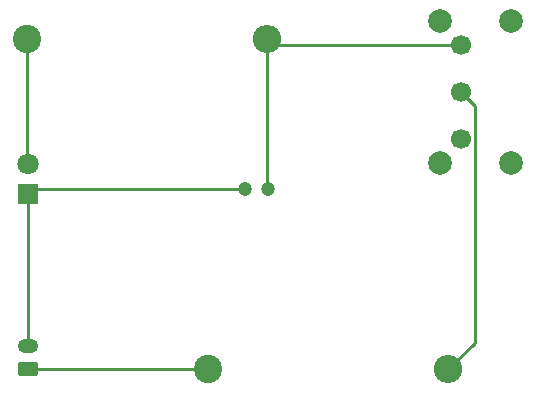
<source format=gbr>
%TF.GenerationSoftware,KiCad,Pcbnew,(6.0.10)*%
%TF.CreationDate,2023-02-17T15:21:22-08:00*%
%TF.ProjectId,LED,4c45442e-6b69-4636-9164-5f7063625858,rev?*%
%TF.SameCoordinates,Original*%
%TF.FileFunction,Copper,L1,Top*%
%TF.FilePolarity,Positive*%
%FSLAX46Y46*%
G04 Gerber Fmt 4.6, Leading zero omitted, Abs format (unit mm)*
G04 Created by KiCad (PCBNEW (6.0.10)) date 2023-02-17 15:21:22*
%MOMM*%
%LPD*%
G01*
G04 APERTURE LIST*
G04 Aperture macros list*
%AMRoundRect*
0 Rectangle with rounded corners*
0 $1 Rounding radius*
0 $2 $3 $4 $5 $6 $7 $8 $9 X,Y pos of 4 corners*
0 Add a 4 corners polygon primitive as box body*
4,1,4,$2,$3,$4,$5,$6,$7,$8,$9,$2,$3,0*
0 Add four circle primitives for the rounded corners*
1,1,$1+$1,$2,$3*
1,1,$1+$1,$4,$5*
1,1,$1+$1,$6,$7*
1,1,$1+$1,$8,$9*
0 Add four rect primitives between the rounded corners*
20,1,$1+$1,$2,$3,$4,$5,0*
20,1,$1+$1,$4,$5,$6,$7,0*
20,1,$1+$1,$6,$7,$8,$9,0*
20,1,$1+$1,$8,$9,$2,$3,0*%
G04 Aperture macros list end*
%TA.AperFunction,ComponentPad*%
%ADD10R,1.800000X1.800000*%
%TD*%
%TA.AperFunction,ComponentPad*%
%ADD11C,1.800000*%
%TD*%
%TA.AperFunction,ComponentPad*%
%ADD12C,2.400000*%
%TD*%
%TA.AperFunction,ComponentPad*%
%ADD13O,2.400000X2.400000*%
%TD*%
%TA.AperFunction,ComponentPad*%
%ADD14C,2.000000*%
%TD*%
%TA.AperFunction,ComponentPad*%
%ADD15C,1.700000*%
%TD*%
%TA.AperFunction,ComponentPad*%
%ADD16C,1.200000*%
%TD*%
%TA.AperFunction,ComponentPad*%
%ADD17RoundRect,0.250000X0.625000X-0.350000X0.625000X0.350000X-0.625000X0.350000X-0.625000X-0.350000X0*%
%TD*%
%TA.AperFunction,ComponentPad*%
%ADD18O,1.750000X1.200000*%
%TD*%
%TA.AperFunction,Conductor*%
%ADD19C,0.250000*%
%TD*%
G04 APERTURE END LIST*
D10*
%TO.P,D1,1,K*%
%TO.N,Net-(C1-Pad2)*%
X114299972Y-81670016D03*
D11*
%TO.P,D1,2,A*%
%TO.N,Net-(D1-Pad2)*%
X114299972Y-79130016D03*
%TD*%
D12*
%TO.P,R2,1*%
%TO.N,Net-(R2-Pad1)*%
X129540000Y-96520000D03*
D13*
%TO.P,R2,2*%
%TO.N,Net-(R2-Pad2)*%
X149860000Y-96520000D03*
%TD*%
D14*
%TO.P,SW1,*%
%TO.N,*%
X149170000Y-79032500D03*
X155170000Y-79032500D03*
X149170000Y-67032500D03*
X155170000Y-67032500D03*
D15*
%TO.P,SW1,1,A*%
%TO.N,unconnected-(SW1-Pad1)*%
X150920000Y-77032500D03*
%TO.P,SW1,2,B*%
%TO.N,Net-(R2-Pad2)*%
X150920000Y-73032500D03*
%TO.P,SW1,3,C*%
%TO.N,Net-(C1-Pad1)*%
X150920000Y-69032500D03*
%TD*%
D12*
%TO.P,R1,1*%
%TO.N,Net-(D1-Pad2)*%
X114170000Y-68580000D03*
D13*
%TO.P,R1,2*%
%TO.N,Net-(C1-Pad1)*%
X134490000Y-68580000D03*
%TD*%
D16*
%TO.P,C1,1*%
%TO.N,Net-(C1-Pad1)*%
X134620000Y-81280000D03*
%TO.P,C1,2*%
%TO.N,Net-(C1-Pad2)*%
X132620000Y-81280000D03*
%TD*%
D17*
%TO.P,V1,1,+*%
%TO.N,Net-(R2-Pad1)*%
X114300000Y-96520000D03*
D18*
%TO.P,V1,2,-*%
%TO.N,Net-(C1-Pad2)*%
X114300000Y-94520000D03*
%TD*%
D19*
%TO.N,Net-(C1-Pad1)*%
X134942500Y-69032500D02*
X134490000Y-68580000D01*
X150920000Y-69032500D02*
X134942500Y-69032500D01*
X134490000Y-68580000D02*
X134490000Y-81150000D01*
X134490000Y-81150000D02*
X134620000Y-81280000D01*
%TO.N,Net-(C1-Pad2)*%
X114299972Y-94519972D02*
X114300000Y-94520000D01*
X132620000Y-81280000D02*
X114689988Y-81280000D01*
X114299972Y-81670016D02*
X114299972Y-94519972D01*
X114689988Y-81280000D02*
X114299972Y-81670016D01*
%TO.N,Net-(D1-Pad2)*%
X114170000Y-79000044D02*
X114299972Y-79130016D01*
X114170000Y-68580000D02*
X114170000Y-79000044D01*
%TO.N,Net-(R2-Pad1)*%
X114300000Y-96520000D02*
X129540000Y-96520000D01*
%TO.N,Net-(R2-Pad2)*%
X152095000Y-74207500D02*
X152095000Y-94285000D01*
X152095000Y-94285000D02*
X149860000Y-96520000D01*
X150920000Y-73032500D02*
X152095000Y-74207500D01*
%TD*%
M02*

</source>
